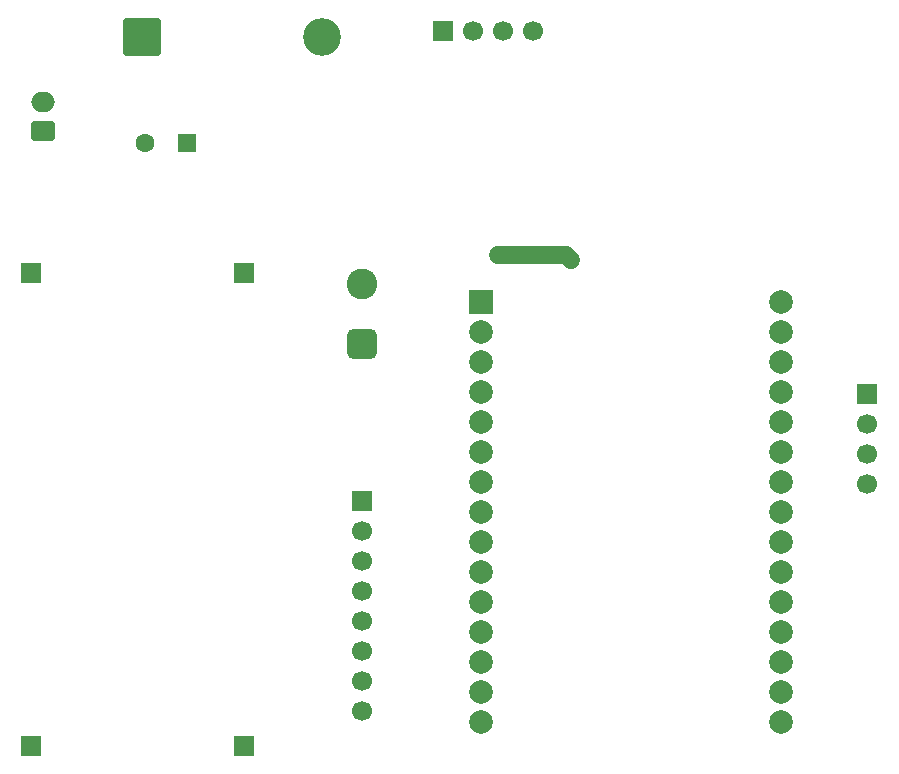
<source format=gbr>
%TF.GenerationSoftware,KiCad,Pcbnew,9.0.4*%
%TF.CreationDate,2025-11-03T20:32:51+05:30*%
%TF.ProjectId,BikeSSv2,42696b65-5353-4763-922e-6b696361645f,rev?*%
%TF.SameCoordinates,Original*%
%TF.FileFunction,Copper,L2,Bot*%
%TF.FilePolarity,Positive*%
%FSLAX46Y46*%
G04 Gerber Fmt 4.6, Leading zero omitted, Abs format (unit mm)*
G04 Created by KiCad (PCBNEW 9.0.4) date 2025-11-03 20:32:51*
%MOMM*%
%LPD*%
G01*
G04 APERTURE LIST*
G04 Aperture macros list*
%AMRoundRect*
0 Rectangle with rounded corners*
0 $1 Rounding radius*
0 $2 $3 $4 $5 $6 $7 $8 $9 X,Y pos of 4 corners*
0 Add a 4 corners polygon primitive as box body*
4,1,4,$2,$3,$4,$5,$6,$7,$8,$9,$2,$3,0*
0 Add four circle primitives for the rounded corners*
1,1,$1+$1,$2,$3*
1,1,$1+$1,$4,$5*
1,1,$1+$1,$6,$7*
1,1,$1+$1,$8,$9*
0 Add four rect primitives between the rounded corners*
20,1,$1+$1,$2,$3,$4,$5,0*
20,1,$1+$1,$4,$5,$6,$7,0*
20,1,$1+$1,$6,$7,$8,$9,0*
20,1,$1+$1,$8,$9,$2,$3,0*%
G04 Aperture macros list end*
%TA.AperFunction,ComponentPad*%
%ADD10R,1.700000X1.700000*%
%TD*%
%TA.AperFunction,ComponentPad*%
%ADD11C,1.700000*%
%TD*%
%TA.AperFunction,ComponentPad*%
%ADD12RoundRect,0.650000X0.650000X-0.650000X0.650000X0.650000X-0.650000X0.650000X-0.650000X-0.650000X0*%
%TD*%
%TA.AperFunction,ComponentPad*%
%ADD13C,2.600000*%
%TD*%
%TA.AperFunction,ComponentPad*%
%ADD14R,2.000000X2.000000*%
%TD*%
%TA.AperFunction,ComponentPad*%
%ADD15C,2.000000*%
%TD*%
%TA.AperFunction,ComponentPad*%
%ADD16RoundRect,0.250000X-1.350000X-1.350000X1.350000X-1.350000X1.350000X1.350000X-1.350000X1.350000X0*%
%TD*%
%TA.AperFunction,ComponentPad*%
%ADD17C,3.200000*%
%TD*%
%TA.AperFunction,ComponentPad*%
%ADD18RoundRect,0.250000X0.750000X-0.600000X0.750000X0.600000X-0.750000X0.600000X-0.750000X-0.600000X0*%
%TD*%
%TA.AperFunction,ComponentPad*%
%ADD19O,2.000000X1.700000*%
%TD*%
%TA.AperFunction,ComponentPad*%
%ADD20RoundRect,0.250000X0.550000X0.550000X-0.550000X0.550000X-0.550000X-0.550000X0.550000X-0.550000X0*%
%TD*%
%TA.AperFunction,ComponentPad*%
%ADD21C,1.600000*%
%TD*%
%TA.AperFunction,ViaPad*%
%ADD22C,0.600000*%
%TD*%
%TA.AperFunction,Conductor*%
%ADD23C,1.500000*%
%TD*%
G04 APERTURE END LIST*
D10*
%TO.P,J107,1,Pin_1*%
%TO.N,VCC*%
X99380000Y-83000000D03*
D11*
%TO.P,J107,2,Pin_2*%
%TO.N,GND*%
X101920000Y-83000000D03*
%TO.P,J107,3,Pin_3*%
%TO.N,D16*%
X104460000Y-83000000D03*
%TO.P,J107,4,Pin_4*%
%TO.N,D17*%
X107000000Y-83000000D03*
%TD*%
D10*
%TO.P,J108,1,Pin_1*%
%TO.N,GND*%
X64500000Y-143500000D03*
%TD*%
%TO.P,J104,1,Pin_1*%
%TO.N,VCC*%
X92500000Y-122760000D03*
D11*
%TO.P,J104,2,Pin_2*%
%TO.N,GND*%
X92500000Y-125300000D03*
%TO.P,J104,3,Pin_3*%
%TO.N,D22*%
X92500000Y-127840000D03*
%TO.P,J104,4,Pin_4*%
%TO.N,D21*%
X92500000Y-130380000D03*
%TO.P,J104,5,Pin_5*%
%TO.N,unconnected-(J104-Pin_5-Pad5)*%
X92500000Y-132920000D03*
%TO.P,J104,6,Pin_6*%
%TO.N,unconnected-(J104-Pin_6-Pad6)*%
X92500000Y-135460000D03*
%TO.P,J104,7,Pin_7*%
%TO.N,GND*%
X92500000Y-138000000D03*
%TO.P,J104,8,Pin_8*%
%TO.N,unconnected-(J104-Pin_8-Pad8)*%
X92500000Y-140540000D03*
%TD*%
D12*
%TO.P,TP101,1,1*%
%TO.N,VCC*%
X92500000Y-109540000D03*
D13*
%TO.P,TP101,2,2*%
%TO.N,GND*%
X92500000Y-104460000D03*
%TD*%
D10*
%TO.P,J105,1,Pin_1*%
%TO.N,GND*%
X135275000Y-113700000D03*
D11*
%TO.P,J105,2,Pin_2*%
%TO.N,D26*%
X135275000Y-116240000D03*
%TO.P,J105,3,Pin_3*%
%TO.N,D25*%
X135275000Y-118780000D03*
%TO.P,J105,4,Pin_4*%
%TO.N,VCC*%
X135275000Y-121320000D03*
%TD*%
D10*
%TO.P,J106,1,Pin_1*%
%TO.N,/12V-*%
X64500000Y-103500000D03*
%TD*%
%TO.P,J102,1,Pin_1*%
%TO.N,/12V+ DO*%
X82500000Y-103500000D03*
%TD*%
D14*
%TO.P,U101,1,3V3*%
%TO.N,unconnected-(U101-3V3-Pad1)*%
X102580000Y-105960000D03*
D15*
%TO.P,U101,2,GND*%
%TO.N,GND*%
X102580000Y-108500000D03*
%TO.P,U101,3,D15*%
%TO.N,unconnected-(U101-D15-Pad3)*%
X102580000Y-111040000D03*
%TO.P,U101,4,D2*%
%TO.N,unconnected-(U101-D2-Pad4)*%
X102580000Y-113580000D03*
%TO.P,U101,5,D4*%
%TO.N,unconnected-(U101-D4-Pad5)*%
X102580000Y-116120000D03*
%TO.P,U101,6,RX2*%
%TO.N,D16*%
X102580000Y-118660000D03*
%TO.P,U101,7,TX2*%
%TO.N,D17*%
X102580000Y-121200000D03*
%TO.P,U101,8,D5*%
%TO.N,unconnected-(U101-D5-Pad8)*%
X102580000Y-123740000D03*
%TO.P,U101,9,D18*%
%TO.N,unconnected-(U101-D18-Pad9)*%
X102580000Y-126280000D03*
%TO.P,U101,10,D19*%
%TO.N,unconnected-(U101-D19-Pad10)*%
X102580000Y-128820000D03*
%TO.P,U101,11,D21*%
%TO.N,unconnected-(U101-D21-Pad11)*%
X102580000Y-131360000D03*
%TO.P,U101,12,RX0*%
%TO.N,unconnected-(U101-RX0-Pad12)*%
X102580000Y-133900000D03*
%TO.P,U101,13,TX0*%
%TO.N,unconnected-(U101-TX0-Pad13)*%
X102580000Y-136440000D03*
%TO.P,U101,14,D22*%
%TO.N,D22*%
X102580000Y-138980000D03*
%TO.P,U101,15,D23*%
%TO.N,D21*%
X102580000Y-141520000D03*
%TO.P,U101,16,EN*%
%TO.N,unconnected-(U101-EN-Pad16)*%
X127980000Y-141520000D03*
%TO.P,U101,17,VP*%
%TO.N,unconnected-(U101-VP-Pad17)*%
X127980000Y-138980000D03*
%TO.P,U101,18,VN*%
%TO.N,unconnected-(U101-VN-Pad18)*%
X127980000Y-136440000D03*
%TO.P,U101,19,D34*%
%TO.N,unconnected-(U101-D34-Pad19)*%
X127980000Y-133900000D03*
%TO.P,U101,20,D35*%
%TO.N,unconnected-(U101-D35-Pad20)*%
X127980000Y-131360000D03*
%TO.P,U101,21,D32*%
%TO.N,unconnected-(U101-D32-Pad21)*%
X127980000Y-128820000D03*
%TO.P,U101,22,D33*%
%TO.N,unconnected-(U101-D33-Pad22)*%
X127980000Y-126280000D03*
%TO.P,U101,23,D25*%
%TO.N,D25*%
X127980000Y-123740000D03*
%TO.P,U101,24,D26*%
%TO.N,D26*%
X127980000Y-121200000D03*
%TO.P,U101,25,D27*%
%TO.N,unconnected-(U101-D27-Pad25)*%
X127980000Y-118660000D03*
%TO.P,U101,26,D14*%
%TO.N,unconnected-(U101-D14-Pad26)*%
X127980000Y-116120000D03*
%TO.P,U101,27,D12*%
%TO.N,unconnected-(U101-D12-Pad27)*%
X127980000Y-113580000D03*
%TO.P,U101,28,D13*%
%TO.N,unconnected-(U101-D13-Pad28)*%
X127980000Y-111040000D03*
%TO.P,U101,29,GND*%
%TO.N,GND*%
X127980000Y-108500000D03*
%TO.P,U101,30,VIN*%
%TO.N,unconnected-(U101-VIN-Pad30)*%
X127980000Y-105960000D03*
%TD*%
D16*
%TO.P,D101,1,K*%
%TO.N,/12V+DI*%
X73880000Y-83500000D03*
D17*
%TO.P,D101,2,A*%
%TO.N,/12V+ DO*%
X89120000Y-83500000D03*
%TD*%
D18*
%TO.P,J101,1,Pin_1*%
%TO.N,/12V-*%
X65500000Y-91500000D03*
D19*
%TO.P,J101,2,Pin_2*%
%TO.N,/12V+DI*%
X65500000Y-89000000D03*
%TD*%
D20*
%TO.P,C101,1*%
%TO.N,/12V+ DO*%
X77652651Y-92500000D03*
D21*
%TO.P,C101,2*%
%TO.N,/12V-*%
X74152651Y-92500000D03*
%TD*%
D10*
%TO.P,J103,1,Pin_1*%
%TO.N,VCC*%
X82500000Y-143500000D03*
%TD*%
D22*
%TO.N,GND*%
X110200000Y-102400000D03*
X104000000Y-102000000D03*
%TD*%
D23*
%TO.N,GND*%
X109800000Y-102000000D02*
X110200000Y-102400000D01*
X104000000Y-102000000D02*
X109800000Y-102000000D01*
%TD*%
M02*

</source>
